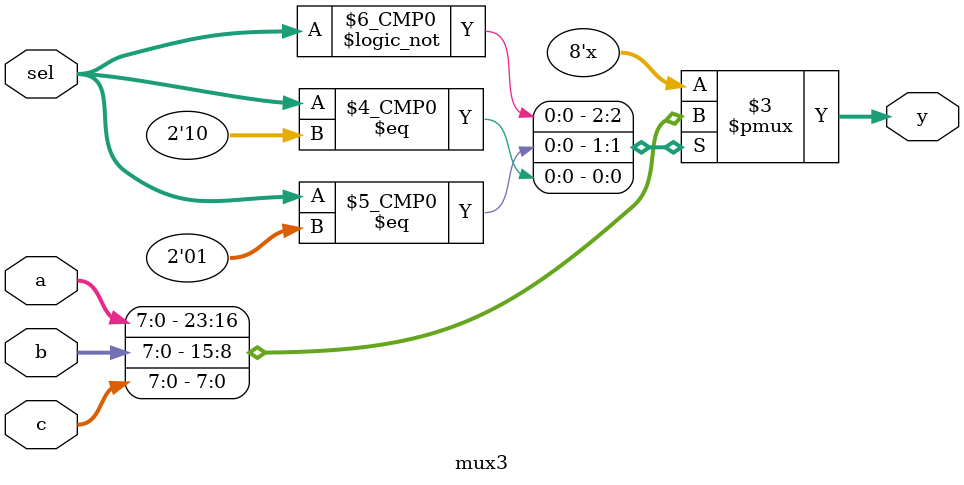
<source format=v>
`timescale 1ns / 1ps


module mux3 #(parameter WIDTH = 8) (
        input  wire [1:0]       sel,
        input  wire [WIDTH-1:0] a,
        input  wire [WIDTH-1:0] b,
        input  wire [WIDTH-1:0] c,
        
        output reg [WIDTH-1:0] y
    );
    
    always @ (a, b, c, sel) begin
        case (sel) 
            2'b00: y = a;
            2'b01: y = b;
            2'b10: y = c;
        endcase
    end
endmodule

</source>
